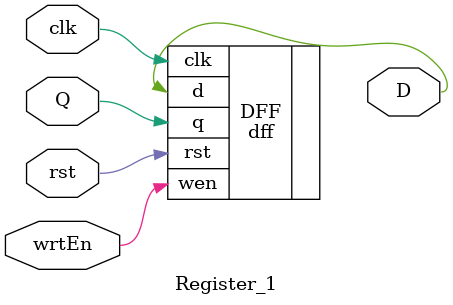
<source format=v>
module Register_1(Q, D, clk, rst, wrtEn);

input Q;
output D;
input clk, rst, wrtEn;

dff DFF(.q(Q), .d(D), .wen(wrtEn), .clk(clk), .rst(rst));

endmodule
</source>
